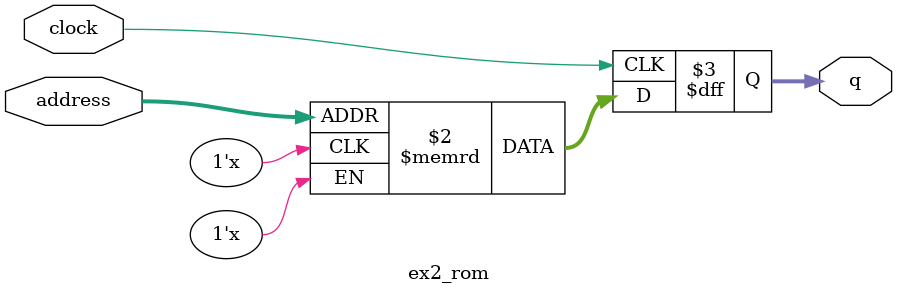
<source format=sv>
module ex2_rom (
	input logic clock,
	input logic [9:0] address,
	output logic [3:0] q
);

logic [3:0] memory [0:1023] /* synthesis ram_init_file = "./ex2/ex2.mif" */;

always_ff @ (posedge clock) begin
	q <= memory[address];
end

endmodule

</source>
